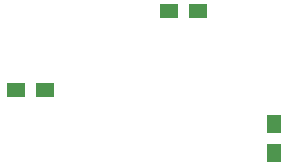
<source format=gtp>
G04 #@! TF.FileFunction,Paste,Top*
%FSLAX46Y46*%
G04 Gerber Fmt 4.6, Leading zero omitted, Abs format (unit mm)*
G04 Created by KiCad (PCBNEW 4.0.6) date Friday, April 21, 2017 'PMt' 03:46:42 PM*
%MOMM*%
%LPD*%
G01*
G04 APERTURE LIST*
%ADD10C,0.100000*%
%ADD11R,1.500000X1.250000*%
%ADD12R,1.250000X1.500000*%
G04 APERTURE END LIST*
D10*
D11*
X66790000Y-79880000D03*
X64290000Y-79880000D03*
D12*
X86120000Y-85270000D03*
X86120000Y-82770000D03*
D11*
X77230000Y-73260000D03*
X79730000Y-73260000D03*
M02*

</source>
